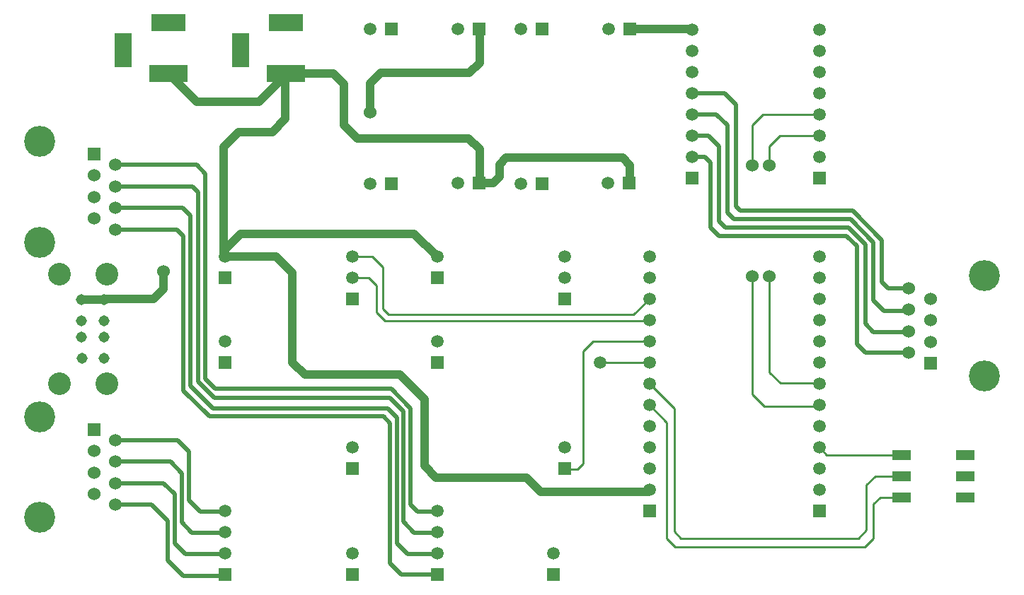
<source format=gbl>
G04 ---------------------------- Layer name :BOTTOM LAYER*
G04 easyEDA 0.1*
G04 Scale: 100 percent, Rotated: No, Reflected: No *
G04 Dimensions in inches *
G04 leading zeros omitted , absolute positions ,2 integer and 4 * 
%FSLAX24Y24*%
%MOIN*%
G90*
G70D02*

%ADD11C,0.039370*%
%ADD12C,0.019685*%
%ADD13C,0.009842*%
%ADD14R,0.059000X0.059000*%
%ADD15C,0.059000*%
%ADD17C,0.146000*%
%ADD19R,0.060000X0.060000*%
%ADD20C,0.060000*%
%ADD22R,0.080000X0.160000*%
%ADD23R,0.160000X0.080000*%
%ADD24R,0.180000X0.080000*%
%ADD25C,0.051700*%
%ADD27C,0.106700*%
%ADD29R,0.085900X0.047700*%

%LPD*%
%LNVIA PAD TRACK COPPERAREA*%
G54D11*
G01X11519Y50301D02*
G01X11519Y50638D01*
G01X12259Y51379D01*
G01X20440Y51379D01*
G01X21519Y50301D01*
G54D12*
G01X33519Y55008D02*
G01X34122Y55008D01*
G01X34405Y54726D01*
G01X34405Y51674D01*
G01X34799Y51281D01*
G01X40803Y51281D01*
G01X41295Y50789D01*
G01X41295Y46163D01*
G01X41688Y45769D01*
G01X43740Y45769D01*
G01X43744Y45766D01*
G01X33519Y56008D02*
G01X34307Y56005D01*
G01X34799Y55513D01*
G01X34799Y51970D01*
G01X35094Y51674D01*
G01X40901Y51674D01*
G01X41688Y50887D01*
G01X41688Y47147D01*
G01X42082Y46753D01*
G01X43715Y46753D01*
G01X43744Y46782D01*
G01X33519Y57008D02*
G01X34681Y57008D01*
G01X35192Y56497D01*
G01X35192Y52363D01*
G01X35488Y52068D01*
G01X40999Y52068D01*
G01X42082Y50985D01*
G01X42082Y48230D01*
G01X42574Y47737D01*
G01X43683Y47737D01*
G01X43744Y47798D01*
G01X33519Y58008D02*
G01X35059Y58008D01*
G01X35586Y57481D01*
G01X35586Y52659D01*
G01X35783Y52462D01*
G01X41098Y52462D01*
G01X42476Y51084D01*
G01X42476Y49115D01*
G01X42771Y48820D01*
G01X43737Y48820D01*
G01X43744Y48814D01*
G01X6369Y54629D02*
G01X10190Y54629D01*
G01X10610Y54210D01*
G01X10610Y44529D01*
G01X11080Y44060D01*
G01X19350Y44060D01*
G01X20250Y43150D01*
G01X20250Y38620D01*
G01X20606Y38270D01*
G01X21489Y38270D01*
G01X21520Y38300D01*
G01X6366Y53616D02*
G01X9984Y53616D01*
G01X10251Y53348D01*
G01X10251Y44411D01*
G01X11039Y43623D01*
G01X19307Y43623D01*
G01X19937Y42993D01*
G01X19937Y37796D01*
G01X20448Y37285D01*
G01X21503Y37285D01*
G01X21519Y37301D01*
G01X6366Y52599D02*
G01X9544Y52599D01*
G01X9897Y52245D01*
G01X9897Y44214D01*
G01X10960Y43151D01*
G01X19188Y43151D01*
G01X19622Y42718D01*
G01X19622Y36773D01*
G01X20133Y36261D01*
G01X21479Y36261D01*
G01X21519Y36301D01*
G01X6369Y51579D02*
G01X9260Y51579D01*
G01X9580Y51260D01*
G01X9580Y43980D01*
G01X10800Y42760D01*
G01X18989Y42760D01*
G01X19310Y42440D01*
G01X19310Y35829D01*
G01X19820Y35320D01*
G01X21500Y35320D01*
G01X21520Y35300D01*
G01X6366Y38591D02*
G01X8079Y38591D01*
G01X8834Y37836D01*
G01X8834Y35985D01*
G01X9582Y35237D01*
G01X11455Y35237D01*
G01X11519Y35301D01*
G01X6366Y39607D02*
G01X8638Y39607D01*
G01X9149Y39096D01*
G01X9149Y36773D01*
G01X9661Y36261D01*
G01X11479Y36261D01*
G01X11519Y36301D01*
G01X6366Y40623D02*
G01X8961Y40623D01*
G01X9503Y40080D01*
G01X9503Y37757D01*
G01X9976Y37285D01*
G01X11503Y37285D01*
G01X11519Y37301D01*
G01X6366Y41639D02*
G01X9283Y41639D01*
G01X9818Y41104D01*
G01X9818Y38820D01*
G01X10369Y38269D01*
G01X11487Y38269D01*
G01X11519Y38301D01*
G54D11*
G01X30586Y61036D02*
G01X33492Y61036D01*
G01X33519Y61008D01*
G01X23495Y53762D02*
G01X24169Y53762D01*
G01X24464Y54056D01*
G01X24464Y54647D01*
G01X24779Y54962D01*
G01X30251Y54962D01*
G01X30606Y54607D01*
G01X30606Y53785D01*
G01X30582Y53761D01*
G01X14388Y58945D02*
G01X16630Y58940D01*
G01X17141Y58429D01*
G01X17141Y56500D01*
G01X17770Y55870D01*
G01X23010Y55870D01*
G01X23520Y55360D01*
G01X23520Y53790D01*
G01X23500Y53760D01*
G01X14380Y58940D02*
G01X14380Y56806D01*
G01X13755Y56182D01*
G01X12181Y56182D01*
G01X11472Y55474D01*
G01X11472Y50347D01*
G01X11519Y50301D01*
G01X14388Y58945D02*
G01X14388Y58862D01*
G01X13125Y57600D01*
G01X10202Y57600D01*
G01X8861Y58942D01*
G01X18362Y57088D02*
G01X18362Y58466D01*
G01X18874Y58978D01*
G01X23047Y58978D01*
G01X23519Y59450D01*
G01X23519Y61017D01*
G01X23500Y61037D01*
G01X11519Y50300D02*
G01X13930Y50300D01*
G01X14700Y49529D01*
G01X14700Y45316D01*
G01X15290Y44730D01*
G01X19780Y44730D01*
G01X20920Y43580D01*
G01X20920Y40430D01*
G01X21470Y39880D01*
G01X25720Y39880D01*
G01X26389Y39210D01*
G01X31430Y39210D01*
G01X31520Y39300D01*
G54D13*
G01X17519Y49301D02*
G01X18314Y49301D01*
G01X18677Y48938D01*
G01X18677Y47678D01*
G01X19070Y47285D01*
G01X31503Y47285D01*
G01X31519Y47301D01*
G01X17519Y50301D02*
G01X18456Y50301D01*
G01X18952Y49804D01*
G01X18952Y47836D01*
G01X19228Y47560D01*
G01X30778Y47560D01*
G01X31519Y48301D01*
G01X39519Y57008D02*
G01X36865Y57008D01*
G01X36354Y56497D01*
G01X36354Y54608D01*
G01X36354Y54607D01*
G01X39519Y56008D02*
G01X37676Y56008D01*
G01X37181Y55513D01*
G01X37181Y54607D01*
G01X37181Y49379D02*
G01X37181Y44844D01*
G01X37692Y44332D01*
G01X39487Y44332D01*
G01X39519Y44301D01*
G01X36354Y49379D02*
G01X36354Y43820D01*
G01X36944Y43230D01*
G01X39448Y43230D01*
G01X39519Y43301D01*
G01X31519Y46301D02*
G01X28874Y46301D01*
G01X28401Y45828D01*
G01X28401Y40552D01*
G01X28125Y40277D01*
G01X27542Y40277D01*
G01X27519Y40301D01*
G01X31519Y45301D02*
G01X29202Y45301D01*
G01X29194Y45310D01*
G54D11*
G01X8638Y49608D02*
G01X8638Y48781D01*
G01X8165Y48308D01*
G01X5866Y48308D01*
G01X5828Y48271D01*
G01X5828Y48271D02*
G01X4778Y48271D01*
G54D13*
G01X43411Y40950D02*
G01X39870Y40950D01*
G01X39519Y41301D01*
G01X43411Y38950D02*
G01X42389Y38950D01*
G01X42062Y38623D01*
G01X42062Y37009D01*
G01X41669Y36615D01*
G01X32732Y36615D01*
G01X32338Y37009D01*
G01X32338Y42481D01*
G01X31519Y43301D01*
G01X43411Y39950D02*
G01X42168Y39950D01*
G01X41747Y39529D01*
G01X41747Y37403D01*
G01X41354Y37009D01*
G01X33007Y37009D01*
G01X32692Y37324D01*
G01X32692Y43127D01*
G01X31519Y44301D01*
G54D14*
G01X31519Y38301D03*
G54D15*
G01X31519Y39301D03*
G01X31519Y40301D03*
G01X31519Y41301D03*
G01X31519Y42301D03*
G01X31519Y43301D03*
G01X31519Y44301D03*
G01X31519Y45301D03*
G01X31519Y46301D03*
G01X31519Y47301D03*
G01X31519Y48301D03*
G01X31519Y49301D03*
G01X31519Y50301D03*
G54D14*
G01X39519Y38301D03*
G54D15*
G01X39519Y39301D03*
G01X39519Y40301D03*
G01X39519Y41301D03*
G01X39519Y42301D03*
G01X39519Y43301D03*
G01X39519Y44301D03*
G01X39519Y45301D03*
G01X39519Y46301D03*
G01X39519Y47301D03*
G01X39519Y48301D03*
G01X39519Y49301D03*
G01X39519Y50301D03*
G01X11519Y50301D03*
G54D14*
G01X11519Y49301D03*
G54D15*
G01X11519Y46301D03*
G54D14*
G01X11519Y45301D03*
G54D15*
G01X11519Y38301D03*
G01X11519Y37301D03*
G01X11519Y36301D03*
G54D14*
G01X11519Y35301D03*
G01X17519Y48301D03*
G54D15*
G01X17519Y49301D03*
G01X17519Y50301D03*
G01X17519Y41301D03*
G54D14*
G01X17519Y40301D03*
G54D15*
G01X17519Y36301D03*
G54D14*
G01X17519Y35301D03*
G54D15*
G01X21519Y50301D03*
G54D14*
G01X21519Y49301D03*
G54D15*
G01X21519Y46301D03*
G54D14*
G01X21519Y45301D03*
G54D15*
G01X21519Y38301D03*
G01X21519Y37301D03*
G01X21519Y36301D03*
G54D14*
G01X21519Y35301D03*
G01X27519Y48301D03*
G54D15*
G01X27519Y49301D03*
G01X27519Y50301D03*
G01X27519Y41301D03*
G54D14*
G01X27519Y40301D03*
G54D15*
G01X26983Y36316D03*
G54D14*
G01X26983Y35316D03*
G01X39519Y54008D03*
G54D15*
G01X39519Y55008D03*
G01X39519Y56008D03*
G01X39519Y57008D03*
G01X39519Y58008D03*
G01X39519Y59008D03*
G01X39519Y60008D03*
G01X39519Y61008D03*
G54D14*
G01X33519Y54008D03*
G54D15*
G01X33519Y55008D03*
G01X33519Y56008D03*
G01X33519Y57008D03*
G01X33519Y58008D03*
G01X33519Y59008D03*
G01X33519Y60008D03*
G01X33519Y61008D03*
G54D17*
G01X47300Y49411D03*
G01X47300Y44664D03*
G54D19*
G01X44760Y45258D03*
G54D20*
G01X43744Y45766D03*
G01X44760Y46274D03*
G01X43744Y46782D03*
G01X44760Y47290D03*
G01X43744Y47798D03*
G01X44760Y48306D03*
G01X43744Y48814D03*
G54D17*
G01X2811Y50987D03*
G01X2811Y55732D03*
G54D19*
G01X5350Y55139D03*
G54D20*
G01X6366Y54630D03*
G01X5350Y54123D03*
G01X6366Y53616D03*
G01X5350Y53106D03*
G01X6366Y52599D03*
G01X5350Y52092D03*
G01X6366Y51583D03*
G54D17*
G01X2811Y37994D03*
G01X2811Y42741D03*
G54D19*
G01X5350Y42147D03*
G54D20*
G01X6366Y41639D03*
G01X5350Y41131D03*
G01X6366Y40623D03*
G01X5350Y40115D03*
G01X6366Y39607D03*
G01X5350Y39099D03*
G01X6366Y38591D03*
G54D15*
G01X25454Y53745D03*
G54D14*
G01X26454Y53745D03*
G54D15*
G01X29582Y53761D03*
G54D14*
G01X30582Y53761D03*
G54D15*
G01X29586Y61036D03*
G54D14*
G01X30586Y61036D03*
G54D15*
G01X25450Y61030D03*
G54D14*
G01X26450Y61030D03*
G54D15*
G01X18368Y53747D03*
G54D14*
G01X19368Y53747D03*
G54D15*
G01X22495Y53762D03*
G54D14*
G01X23495Y53762D03*
G54D15*
G01X22500Y61037D03*
G54D14*
G01X23500Y61037D03*
G54D15*
G01X18364Y61031D03*
G54D14*
G01X19364Y61031D03*
G54D22*
G01X6741Y60042D03*
G54D23*
G01X8861Y61342D03*
G54D24*
G01X8861Y58942D03*
G54D22*
G01X12268Y60045D03*
G54D23*
G01X14388Y61345D03*
G54D24*
G01X14388Y58945D03*
G54D25*
G01X4778Y48271D03*
G01X4778Y47281D03*
G01X4778Y46501D03*
G01X4799Y45511D03*
G54D27*
G01X3729Y44311D03*
G01X3729Y49471D03*
G01X5969Y44311D03*
G01X5969Y49471D03*
G54D25*
G01X5828Y45511D03*
G01X5828Y46501D03*
G01X5828Y47281D03*
G01X5828Y48271D03*
G54D29*
G01X46411Y40950D03*
G01X46411Y39950D03*
G01X46411Y38950D03*
G01X43411Y38950D03*
G01X43411Y39950D03*
G01X43411Y40950D03*
G54D20*
G01X18362Y57088D03*
G01X8638Y49608D03*
G01X36354Y54607D03*
G01X37181Y54607D03*
G01X36354Y49379D03*
G01X37181Y49379D03*
G54D15*
G01X29194Y45310D03*

M00*
M02*
</source>
